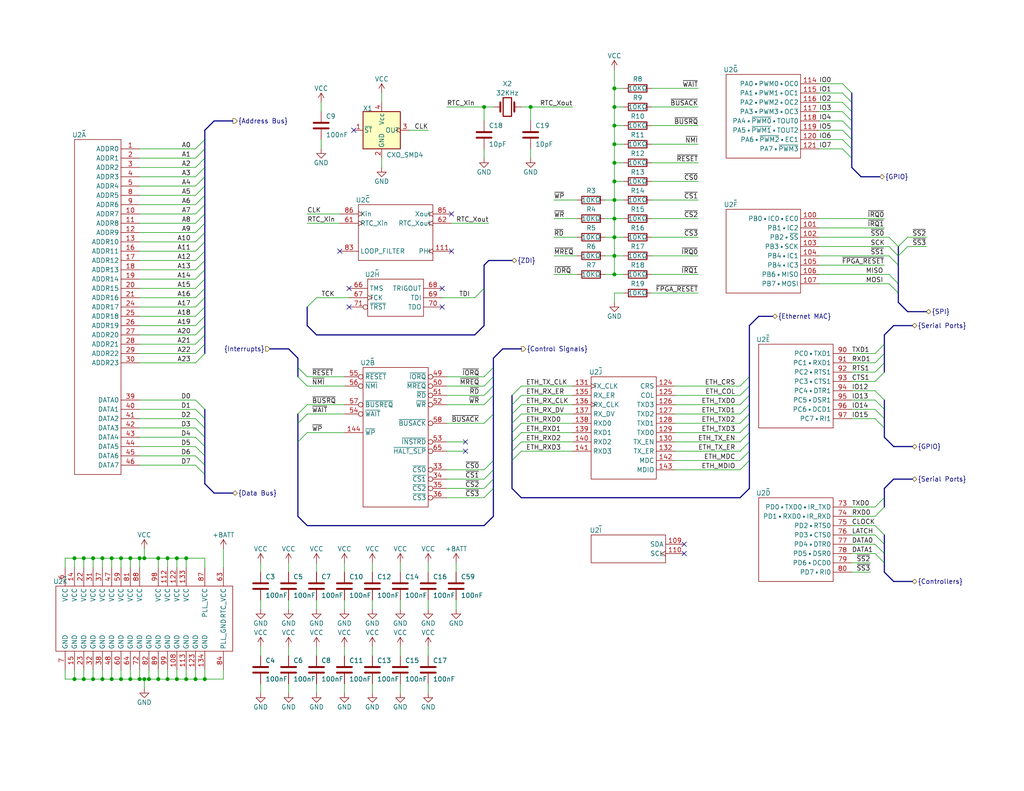
<source format=kicad_sch>
(kicad_sch (version 20230121) (generator eeschema)
  (paper "USLetter")
  (bus_alias "SPI" (members "~{SS[0..3]}" "MISO" "MOSI" "SCK" "FPGA_SS" "FPGA_SCK" "FPGA_MISO" "FPGA_MOSI"))
  (bus_alias "Data Bus" (members "D[0..7]"))
  (bus_alias "Controllers" (members "DATA[0..3]" "CLOCK" "LATCH"))
  (bus_alias "Interrupts" (members "~{RESET}" "~{NMI}" "~{IRQ[0..7]}"))
  (bus_alias "Control Signals" (members "~{WAIT}" "~{BUSRQ}" "~{BUSACK}" "~{IORQ}" "~{MREQ}" "~{RD}" "~{WR}" "~{INSTRD}" "~{HALT_SLP}" "~{CS[0..3]}" "~{WP}" "~{FPGA_RESET}"))
  (bus_alias "GPIO" (members "IO[0..7]" "IO[12..15]"))
  (bus_alias "Ethernet MAC" (members "ETH_TX_CLK" "ETH_RX_ER" "ETH_RX_CLK" "ETH_RX_DV" "ETH_RXD[0..3]" "ETH_CRS" "ETH_COL" "ETH_TXD[0..3]" "ETH_TX_EN" "ETH_TX_ER" "ETH_MDC" "ETH_MDIO"))
  (bus_alias "Serial Ports" (members "TXD[0..1]" "RXD[0..1]" "CTS[0..1]" "RTS[0..1]"))
  (bus_alias "ZDI" (members "TMS" "TCK" "TRGOUT" "TDI" "TDO" "~{TRST}"))
  (bus_alias "Address Bus" (members "A[0..23]"))
  (junction (at 38.1 152.4))
  (junction (at 167.64 59.69))
  (junction (at 39.37 185.42))
  (junction (at 43.18 185.42))
  (junction (at 27.94 185.42))
  (junction (at 55.88 185.42))
  (junction (at 25.4 152.4))
  (junction (at 30.48 185.42))
  (junction (at 22.86 152.4))
  (junction (at 38.1 185.42))
  (junction (at 39.37 152.4))
  (junction (at 20.32 152.4))
  (junction (at 48.26 185.42))
  (junction (at 20.32 185.42))
  (junction (at 167.64 54.61))
  (junction (at 33.02 185.42))
  (junction (at 33.02 152.4))
  (junction (at 30.48 152.4))
  (junction (at 167.64 34.29))
  (junction (at 144.78 29.21))
  (junction (at 25.4 185.42))
  (junction (at 45.72 152.4))
  (junction (at 43.18 152.4))
  (junction (at 132.08 29.21))
  (junction (at 167.64 74.93))
  (junction (at 167.64 64.77))
  (junction (at 35.56 185.42))
  (junction (at 35.56 152.4))
  (junction (at 53.34 185.42))
  (junction (at 40.64 185.42))
  (junction (at 27.94 152.4))
  (junction (at 167.64 69.85))
  (junction (at 50.8 152.4))
  (junction (at 45.72 185.42))
  (junction (at 167.64 29.21))
  (junction (at 167.64 44.45))
  (junction (at 167.64 49.53))
  (junction (at 22.86 185.42))
  (junction (at 50.8 185.42))
  (junction (at 167.64 24.13))
  (junction (at 48.26 152.4))
  (junction (at 167.64 39.37))
  (no_connect (at 186.69 151.13))
  (no_connect (at 95.25 83.82))
  (no_connect (at 120.65 83.82))
  (no_connect (at 96.52 35.56))
  (no_connect (at 127 120.65))
  (no_connect (at 123.19 68.58))
  (no_connect (at 95.25 78.74))
  (no_connect (at 92.71 68.58))
  (no_connect (at 186.69 148.59))
  (no_connect (at 127 123.19))
  (no_connect (at 123.19 58.42))
  (no_connect (at 120.65 78.74))
  (bus_entry (at 55.88 73.66) (size -2.54 2.54))
  (bus_entry (at 55.88 66.04) (size -2.54 2.54))
  (bus_entry (at 81.28 100.33) (size 2.54 2.54))
  (bus_entry (at 241.3 101.6) (size -2.54 2.54))
  (bus_entry (at 55.88 60.96) (size -2.54 2.54))
  (bus_entry (at 241.3 146.05) (size -2.54 -2.54))
  (bus_entry (at 232.41 35.56) (size -2.54 -2.54))
  (bus_entry (at 232.41 27.94) (size -2.54 -2.54))
  (bus_entry (at 232.41 25.4) (size -2.54 -2.54))
  (bus_entry (at 204.47 107.95) (size -2.54 2.54))
  (bus_entry (at 241.3 111.76) (size -2.54 -2.54))
  (bus_entry (at 241.3 93.98) (size -2.54 2.54))
  (bus_entry (at 55.88 76.2) (size -2.54 2.54))
  (bus_entry (at 204.47 115.57) (size -2.54 2.54))
  (bus_entry (at 245.11 77.47) (size -2.54 -2.54))
  (bus_entry (at 55.88 71.12) (size -2.54 2.54))
  (bus_entry (at 232.41 43.18) (size -2.54 -2.54))
  (bus_entry (at 204.47 125.73) (size -2.54 2.54))
  (bus_entry (at 55.88 81.28) (size -2.54 2.54))
  (bus_entry (at 55.88 38.1) (size -2.54 2.54))
  (bus_entry (at 55.88 91.44) (size -2.54 2.54))
  (bus_entry (at 55.88 111.76) (size -2.54 -2.54))
  (bus_entry (at 55.88 116.84) (size -2.54 -2.54))
  (bus_entry (at 204.47 118.11) (size -2.54 2.54))
  (bus_entry (at 55.88 45.72) (size -2.54 2.54))
  (bus_entry (at 139.7 120.65) (size 2.54 -2.54))
  (bus_entry (at 139.7 115.57) (size 2.54 -2.54))
  (bus_entry (at 245.11 80.01) (size -2.54 -2.54))
  (bus_entry (at 204.47 123.19) (size -2.54 2.54))
  (bus_entry (at 241.3 99.06) (size -2.54 2.54))
  (bus_entry (at 55.88 93.98) (size -2.54 2.54))
  (bus_entry (at 55.88 40.64) (size -2.54 2.54))
  (bus_entry (at 241.3 135.89) (size -2.54 2.54))
  (bus_entry (at 232.41 33.02) (size -2.54 -2.54))
  (bus_entry (at 55.88 124.46) (size -2.54 -2.54))
  (bus_entry (at 245.11 69.85) (size -2.54 -2.54))
  (bus_entry (at 241.3 138.43) (size -2.54 2.54))
  (bus_entry (at 245.11 69.85) (size 2.54 -2.54))
  (bus_entry (at 204.47 105.41) (size -2.54 2.54))
  (bus_entry (at 139.7 125.73) (size 2.54 -2.54))
  (bus_entry (at 134.62 102.87) (size -2.54 2.54))
  (bus_entry (at 55.88 53.34) (size -2.54 2.54))
  (bus_entry (at 241.3 153.67) (size -2.54 -2.54))
  (bus_entry (at 134.62 130.81) (size -2.54 2.54))
  (bus_entry (at 55.88 55.88) (size -2.54 2.54))
  (bus_entry (at 139.7 110.49) (size 2.54 -2.54))
  (bus_entry (at 55.88 68.58) (size -2.54 2.54))
  (bus_entry (at 81.28 102.87) (size 2.54 2.54))
  (bus_entry (at 55.88 127) (size -2.54 -2.54))
  (bus_entry (at 134.62 107.95) (size -2.54 2.54))
  (bus_entry (at 55.88 119.38) (size -2.54 -2.54))
  (bus_entry (at 81.28 113.03) (size 2.54 -2.54))
  (bus_entry (at 204.47 113.03) (size -2.54 2.54))
  (bus_entry (at 204.47 102.87) (size -2.54 2.54))
  (bus_entry (at 241.3 116.84) (size -2.54 -2.54))
  (bus_entry (at 241.3 151.13) (size -2.54 -2.54))
  (bus_entry (at 55.88 43.18) (size -2.54 2.54))
  (bus_entry (at 241.3 148.59) (size -2.54 -2.54))
  (bus_entry (at 55.88 83.82) (size -2.54 2.54))
  (bus_entry (at 134.62 133.35) (size -2.54 2.54))
  (bus_entry (at 83.82 83.82) (size 2.54 -2.54))
  (bus_entry (at 241.3 109.22) (size -2.54 -2.54))
  (bus_entry (at 204.47 120.65) (size -2.54 2.54))
  (bus_entry (at 245.11 72.39) (size -2.54 -2.54))
  (bus_entry (at 134.62 125.73) (size -2.54 2.54))
  (bus_entry (at 55.88 129.54) (size -2.54 -2.54))
  (bus_entry (at 81.28 120.65) (size 2.54 -2.54))
  (bus_entry (at 55.88 88.9) (size -2.54 2.54))
  (bus_entry (at 232.41 38.1) (size -2.54 -2.54))
  (bus_entry (at 139.7 113.03) (size 2.54 -2.54))
  (bus_entry (at 55.88 114.3) (size -2.54 -2.54))
  (bus_entry (at 132.08 78.74) (size -2.54 2.54))
  (bus_entry (at 241.3 114.3) (size -2.54 -2.54))
  (bus_entry (at 139.7 123.19) (size 2.54 -2.54))
  (bus_entry (at 55.88 63.5) (size -2.54 2.54))
  (bus_entry (at 232.41 40.64) (size -2.54 -2.54))
  (bus_entry (at 55.88 86.36) (size -2.54 2.54))
  (bus_entry (at 204.47 110.49) (size -2.54 2.54))
  (bus_entry (at 241.3 96.52) (size -2.54 2.54))
  (bus_entry (at 55.88 58.42) (size -2.54 2.54))
  (bus_entry (at 139.7 107.95) (size 2.54 -2.54))
  (bus_entry (at 134.62 100.33) (size -2.54 2.54))
  (bus_entry (at 245.11 67.31) (size 2.54 -2.54))
  (bus_entry (at 134.62 128.27) (size -2.54 2.54))
  (bus_entry (at 55.88 50.8) (size -2.54 2.54))
  (bus_entry (at 55.88 48.26) (size -2.54 2.54))
  (bus_entry (at 55.88 96.52) (size -2.54 2.54))
  (bus_entry (at 55.88 121.92) (size -2.54 -2.54))
  (bus_entry (at 139.7 118.11) (size 2.54 -2.54))
  (bus_entry (at 55.88 78.74) (size -2.54 2.54))
  (bus_entry (at 134.62 105.41) (size -2.54 2.54))
  (bus_entry (at 81.28 115.57) (size 2.54 -2.54))
  (bus_entry (at 232.41 30.48) (size -2.54 -2.54))
  (bus_entry (at 245.11 67.31) (size -2.54 -2.54))
  (bus_entry (at 134.62 113.03) (size -2.54 2.54))
  (bus (pts (xy 55.88 81.28) (xy 55.88 83.82)))
  (bus (pts (xy 78.74 95.25) (xy 81.28 97.79)))
  (bus (pts (xy 204.47 120.65) (xy 204.47 123.19)))
  (bus (pts (xy 73.66 95.25) (xy 78.74 95.25)))
  (wire (pts (xy 17.78 152.4) (xy 20.32 152.4)))
  (wire (pts (xy 38.1 116.84) (xy 53.34 116.84)))
  (bus (pts (xy 55.88 71.12) (xy 55.88 73.66)))
  (wire (pts (xy 35.56 152.4) (xy 38.1 152.4)))
  (wire (pts (xy 60.96 149.86) (xy 60.96 154.94)))
  (wire (pts (xy 22.86 185.42) (xy 25.4 185.42)))
  (wire (pts (xy 177.8 54.61) (xy 190.5 54.61)))
  (bus (pts (xy 55.88 73.66) (xy 55.88 76.2)))
  (wire (pts (xy 25.4 182.88) (xy 25.4 185.42)))
  (wire (pts (xy 116.84 163.83) (xy 116.84 166.37)))
  (wire (pts (xy 223.52 59.69) (xy 241.3 59.69)))
  (wire (pts (xy 127 123.19) (xy 121.92 123.19)))
  (wire (pts (xy 38.1 119.38) (xy 53.34 119.38)))
  (wire (pts (xy 167.64 64.77) (xy 167.64 69.85)))
  (bus (pts (xy 55.88 127) (xy 55.88 129.54)))
  (wire (pts (xy 38.1 73.66) (xy 53.34 73.66)))
  (bus (pts (xy 55.88 76.2) (xy 55.88 78.74)))
  (wire (pts (xy 93.98 186.69) (xy 93.98 189.23)))
  (bus (pts (xy 134.62 107.95) (xy 134.62 113.03)))
  (bus (pts (xy 55.88 91.44) (xy 55.88 93.98)))
  (wire (pts (xy 60.96 182.88) (xy 60.96 185.42)))
  (wire (pts (xy 86.36 163.83) (xy 86.36 166.37)))
  (wire (pts (xy 232.41 153.67) (xy 237.49 153.67)))
  (bus (pts (xy 139.7 120.65) (xy 139.7 123.19)))
  (bus (pts (xy 241.3 114.3) (xy 241.3 116.84)))
  (bus (pts (xy 241.3 93.98) (xy 241.3 96.52)))
  (wire (pts (xy 43.18 182.88) (xy 43.18 185.42)))
  (wire (pts (xy 53.34 185.42) (xy 55.88 185.42)))
  (wire (pts (xy 223.52 40.64) (xy 229.87 40.64)))
  (wire (pts (xy 165.1 54.61) (xy 167.64 54.61)))
  (wire (pts (xy 45.72 152.4) (xy 48.26 152.4)))
  (bus (pts (xy 247.65 85.09) (xy 252.73 85.09)))
  (wire (pts (xy 232.41 156.21) (xy 237.49 156.21)))
  (wire (pts (xy 142.24 118.11) (xy 156.21 118.11)))
  (bus (pts (xy 204.47 88.9) (xy 204.47 102.87)))
  (wire (pts (xy 40.64 185.42) (xy 43.18 185.42)))
  (wire (pts (xy 223.52 38.1) (xy 229.87 38.1)))
  (bus (pts (xy 55.88 55.88) (xy 55.88 58.42)))
  (wire (pts (xy 45.72 185.42) (xy 48.26 185.42)))
  (bus (pts (xy 139.7 115.57) (xy 139.7 118.11)))
  (wire (pts (xy 38.1 76.2) (xy 53.34 76.2)))
  (wire (pts (xy 177.8 39.37) (xy 190.5 39.37)))
  (bus (pts (xy 81.28 113.03) (xy 81.28 115.57)))
  (bus (pts (xy 132.08 88.9) (xy 129.54 91.44)))
  (wire (pts (xy 142.24 120.65) (xy 156.21 120.65)))
  (wire (pts (xy 223.52 72.39) (xy 241.3 72.39)))
  (wire (pts (xy 142.24 115.57) (xy 156.21 115.57)))
  (wire (pts (xy 124.46 153.67) (xy 124.46 156.21)))
  (wire (pts (xy 184.15 115.57) (xy 201.93 115.57)))
  (bus (pts (xy 58.42 134.62) (xy 55.88 132.08)))
  (wire (pts (xy 38.1 152.4) (xy 38.1 154.94)))
  (bus (pts (xy 234.95 48.26) (xy 232.41 45.72)))
  (wire (pts (xy 142.24 110.49) (xy 156.21 110.49)))
  (wire (pts (xy 142.24 123.19) (xy 156.21 123.19)))
  (wire (pts (xy 20.32 152.4) (xy 22.86 152.4)))
  (wire (pts (xy 38.1 58.42) (xy 53.34 58.42)))
  (bus (pts (xy 204.47 123.19) (xy 204.47 125.73)))
  (wire (pts (xy 38.1 124.46) (xy 53.34 124.46)))
  (wire (pts (xy 48.26 185.42) (xy 50.8 185.42)))
  (bus (pts (xy 58.42 134.62) (xy 63.5 134.62)))
  (wire (pts (xy 167.64 44.45) (xy 167.64 49.53)))
  (wire (pts (xy 87.63 38.1) (xy 87.63 40.64)))
  (bus (pts (xy 55.88 86.36) (xy 55.88 88.9)))
  (wire (pts (xy 71.12 186.69) (xy 71.12 189.23)))
  (wire (pts (xy 184.15 128.27) (xy 201.93 128.27)))
  (wire (pts (xy 247.65 67.31) (xy 252.73 67.31)))
  (bus (pts (xy 55.88 40.64) (xy 55.88 43.18)))
  (bus (pts (xy 134.62 113.03) (xy 134.62 125.73)))
  (bus (pts (xy 204.47 102.87) (xy 204.47 105.41)))
  (wire (pts (xy 167.64 49.53) (xy 167.64 54.61)))
  (wire (pts (xy 232.41 101.6) (xy 238.76 101.6)))
  (bus (pts (xy 243.84 158.75) (xy 241.3 156.21)))
  (wire (pts (xy 93.98 163.83) (xy 93.98 166.37)))
  (wire (pts (xy 93.98 176.53) (xy 93.98 179.07)))
  (wire (pts (xy 121.92 133.35) (xy 132.08 133.35)))
  (bus (pts (xy 55.88 78.74) (xy 55.88 81.28)))
  (wire (pts (xy 38.1 152.4) (xy 39.37 152.4)))
  (wire (pts (xy 45.72 152.4) (xy 45.72 154.94)))
  (wire (pts (xy 101.6 186.69) (xy 101.6 189.23)))
  (wire (pts (xy 109.22 176.53) (xy 109.22 179.07)))
  (bus (pts (xy 142.24 135.89) (xy 201.93 135.89)))
  (bus (pts (xy 204.47 110.49) (xy 204.47 113.03)))
  (bus (pts (xy 55.88 38.1) (xy 55.88 40.64)))
  (bus (pts (xy 55.88 63.5) (xy 55.88 66.04)))
  (bus (pts (xy 204.47 133.35) (xy 201.93 135.89)))
  (bus (pts (xy 139.7 107.95) (xy 139.7 110.49)))
  (bus (pts (xy 241.3 156.21) (xy 241.3 153.67)))
  (bus (pts (xy 55.88 43.18) (xy 55.88 45.72)))
  (wire (pts (xy 121.92 115.57) (xy 132.08 115.57)))
  (bus (pts (xy 58.42 33.02) (xy 63.5 33.02)))
  (bus (pts (xy 132.08 78.74) (xy 132.08 88.9)))
  (bus (pts (xy 243.84 88.9) (xy 241.3 91.44)))
  (wire (pts (xy 232.41 114.3) (xy 238.76 114.3)))
  (bus (pts (xy 134.62 97.79) (xy 134.62 100.33)))
  (bus (pts (xy 134.62 125.73) (xy 134.62 128.27)))
  (wire (pts (xy 121.92 102.87) (xy 132.08 102.87)))
  (wire (pts (xy 38.1 60.96) (xy 53.34 60.96)))
  (wire (pts (xy 38.1 50.8) (xy 53.34 50.8)))
  (bus (pts (xy 241.3 133.35) (xy 241.3 135.89)))
  (wire (pts (xy 78.74 176.53) (xy 78.74 179.07)))
  (wire (pts (xy 144.78 40.64) (xy 144.78 43.18)))
  (wire (pts (xy 167.64 69.85) (xy 167.64 74.93)))
  (wire (pts (xy 38.1 109.22) (xy 53.34 109.22)))
  (bus (pts (xy 55.88 53.34) (xy 55.88 55.88)))
  (wire (pts (xy 50.8 185.42) (xy 53.34 185.42)))
  (bus (pts (xy 241.3 116.84) (xy 241.3 119.38)))
  (wire (pts (xy 116.84 176.53) (xy 116.84 179.07)))
  (wire (pts (xy 223.52 62.23) (xy 241.3 62.23)))
  (bus (pts (xy 243.84 88.9) (xy 248.92 88.9)))
  (wire (pts (xy 20.32 152.4) (xy 20.32 154.94)))
  (wire (pts (xy 38.1 86.36) (xy 53.34 86.36)))
  (bus (pts (xy 241.3 135.89) (xy 241.3 138.43)))
  (bus (pts (xy 241.3 111.76) (xy 241.3 114.3)))
  (wire (pts (xy 78.74 163.83) (xy 78.74 166.37)))
  (bus (pts (xy 133.35 71.12) (xy 132.08 72.39)))
  (wire (pts (xy 109.22 153.67) (xy 109.22 156.21)))
  (wire (pts (xy 86.36 81.28) (xy 95.25 81.28)))
  (wire (pts (xy 167.64 59.69) (xy 170.18 59.69)))
  (wire (pts (xy 27.94 182.88) (xy 27.94 185.42)))
  (bus (pts (xy 245.11 69.85) (xy 245.11 72.39)))
  (wire (pts (xy 144.78 29.21) (xy 144.78 33.02)))
  (wire (pts (xy 38.1 88.9) (xy 53.34 88.9)))
  (bus (pts (xy 55.88 60.96) (xy 55.88 63.5)))
  (bus (pts (xy 232.41 35.56) (xy 232.41 38.1)))
  (bus (pts (xy 232.41 38.1) (xy 232.41 40.64)))
  (bus (pts (xy 232.41 43.18) (xy 232.41 45.72)))
  (wire (pts (xy 38.1 63.5) (xy 53.34 63.5)))
  (bus (pts (xy 204.47 115.57) (xy 204.47 118.11)))
  (bus (pts (xy 243.84 121.92) (xy 241.3 119.38)))
  (wire (pts (xy 167.64 80.01) (xy 167.64 82.55)))
  (wire (pts (xy 38.1 78.74) (xy 53.34 78.74)))
  (wire (pts (xy 116.84 186.69) (xy 116.84 189.23)))
  (wire (pts (xy 223.52 64.77) (xy 242.57 64.77)))
  (wire (pts (xy 177.8 44.45) (xy 190.5 44.45)))
  (wire (pts (xy 78.74 153.67) (xy 78.74 156.21)))
  (wire (pts (xy 151.13 59.69) (xy 157.48 59.69)))
  (bus (pts (xy 86.36 91.44) (xy 83.82 88.9)))
  (wire (pts (xy 132.08 40.64) (xy 132.08 43.18)))
  (wire (pts (xy 116.84 153.67) (xy 116.84 156.21)))
  (wire (pts (xy 38.1 99.06) (xy 53.34 99.06)))
  (bus (pts (xy 134.62 140.97) (xy 132.08 143.51)))
  (wire (pts (xy 45.72 182.88) (xy 45.72 185.42)))
  (bus (pts (xy 55.88 83.82) (xy 55.88 86.36)))
  (wire (pts (xy 48.26 152.4) (xy 50.8 152.4)))
  (wire (pts (xy 177.8 59.69) (xy 190.5 59.69)))
  (wire (pts (xy 40.64 182.88) (xy 40.64 185.42)))
  (bus (pts (xy 241.3 96.52) (xy 241.3 99.06)))
  (wire (pts (xy 167.64 34.29) (xy 167.64 39.37)))
  (wire (pts (xy 167.64 24.13) (xy 170.18 24.13)))
  (bus (pts (xy 204.47 125.73) (xy 204.47 133.35)))
  (wire (pts (xy 83.82 113.03) (xy 93.98 113.03)))
  (wire (pts (xy 184.15 107.95) (xy 201.93 107.95)))
  (bus (pts (xy 132.08 72.39) (xy 132.08 78.74)))
  (wire (pts (xy 177.8 64.77) (xy 190.5 64.77)))
  (wire (pts (xy 38.1 185.42) (xy 39.37 185.42)))
  (wire (pts (xy 109.22 163.83) (xy 109.22 166.37)))
  (wire (pts (xy 33.02 185.42) (xy 35.56 185.42)))
  (bus (pts (xy 134.62 128.27) (xy 134.62 130.81)))
  (wire (pts (xy 184.15 125.73) (xy 201.93 125.73)))
  (bus (pts (xy 243.84 130.81) (xy 241.3 133.35)))
  (wire (pts (xy 165.1 69.85) (xy 167.64 69.85)))
  (bus (pts (xy 83.82 143.51) (xy 81.28 140.97)))
  (wire (pts (xy 38.1 48.26) (xy 53.34 48.26)))
  (wire (pts (xy 38.1 81.28) (xy 53.34 81.28)))
  (wire (pts (xy 167.64 54.61) (xy 167.64 59.69)))
  (wire (pts (xy 151.13 74.93) (xy 157.48 74.93)))
  (wire (pts (xy 121.92 128.27) (xy 132.08 128.27)))
  (wire (pts (xy 177.8 29.21) (xy 190.5 29.21)))
  (wire (pts (xy 27.94 185.42) (xy 30.48 185.42)))
  (bus (pts (xy 134.62 100.33) (xy 134.62 102.87)))
  (wire (pts (xy 43.18 152.4) (xy 45.72 152.4)))
  (wire (pts (xy 167.64 29.21) (xy 170.18 29.21)))
  (wire (pts (xy 144.78 29.21) (xy 156.21 29.21)))
  (wire (pts (xy 35.56 152.4) (xy 35.56 154.94)))
  (wire (pts (xy 50.8 152.4) (xy 50.8 154.94)))
  (bus (pts (xy 137.16 95.25) (xy 142.24 95.25)))
  (wire (pts (xy 38.1 121.92) (xy 53.34 121.92)))
  (wire (pts (xy 33.02 152.4) (xy 35.56 152.4)))
  (bus (pts (xy 232.41 33.02) (xy 232.41 35.56)))
  (wire (pts (xy 223.52 35.56) (xy 229.87 35.56)))
  (wire (pts (xy 30.48 182.88) (xy 30.48 185.42)))
  (wire (pts (xy 223.52 30.48) (xy 229.87 30.48)))
  (wire (pts (xy 50.8 152.4) (xy 55.88 152.4)))
  (wire (pts (xy 167.64 49.53) (xy 170.18 49.53)))
  (wire (pts (xy 101.6 176.53) (xy 101.6 179.07)))
  (wire (pts (xy 223.52 25.4) (xy 229.87 25.4)))
  (wire (pts (xy 184.15 113.03) (xy 201.93 113.03)))
  (bus (pts (xy 204.47 107.95) (xy 204.47 110.49)))
  (wire (pts (xy 232.41 111.76) (xy 238.76 111.76)))
  (wire (pts (xy 50.8 182.88) (xy 50.8 185.42)))
  (bus (pts (xy 55.88 88.9) (xy 55.88 91.44)))
  (wire (pts (xy 142.24 29.21) (xy 144.78 29.21)))
  (bus (pts (xy 55.88 58.42) (xy 55.88 60.96)))
  (wire (pts (xy 38.1 127) (xy 53.34 127)))
  (wire (pts (xy 38.1 111.76) (xy 53.34 111.76)))
  (bus (pts (xy 232.41 25.4) (xy 232.41 27.94)))
  (bus (pts (xy 55.88 68.58) (xy 55.88 71.12)))
  (wire (pts (xy 22.86 152.4) (xy 22.86 154.94)))
  (wire (pts (xy 30.48 185.42) (xy 33.02 185.42)))
  (wire (pts (xy 232.41 109.22) (xy 238.76 109.22)))
  (wire (pts (xy 39.37 185.42) (xy 39.37 187.96)))
  (wire (pts (xy 83.82 58.42) (xy 92.71 58.42)))
  (wire (pts (xy 177.8 74.93) (xy 190.5 74.93)))
  (bus (pts (xy 55.88 66.04) (xy 55.88 68.58)))
  (wire (pts (xy 35.56 185.42) (xy 38.1 185.42)))
  (wire (pts (xy 38.1 114.3) (xy 53.34 114.3)))
  (wire (pts (xy 232.41 104.14) (xy 238.76 104.14)))
  (bus (pts (xy 232.41 40.64) (xy 232.41 43.18)))
  (wire (pts (xy 223.52 33.02) (xy 229.87 33.02)))
  (wire (pts (xy 38.1 71.12) (xy 53.34 71.12)))
  (wire (pts (xy 27.94 152.4) (xy 27.94 154.94)))
  (wire (pts (xy 25.4 152.4) (xy 27.94 152.4)))
  (wire (pts (xy 38.1 91.44) (xy 53.34 91.44)))
  (wire (pts (xy 121.92 107.95) (xy 132.08 107.95)))
  (bus (pts (xy 55.88 111.76) (xy 55.88 114.3)))
  (wire (pts (xy 30.48 152.4) (xy 33.02 152.4)))
  (bus (pts (xy 247.65 85.09) (xy 245.11 82.55)))
  (bus (pts (xy 241.3 151.13) (xy 241.3 148.59)))
  (bus (pts (xy 139.7 123.19) (xy 139.7 125.73)))
  (wire (pts (xy 127 120.65) (xy 121.92 120.65)))
  (bus (pts (xy 134.62 133.35) (xy 134.62 140.97)))
  (wire (pts (xy 167.64 74.93) (xy 170.18 74.93)))
  (wire (pts (xy 38.1 66.04) (xy 53.34 66.04)))
  (wire (pts (xy 83.82 105.41) (xy 93.98 105.41)))
  (wire (pts (xy 167.64 19.05) (xy 167.64 24.13)))
  (wire (pts (xy 124.46 163.83) (xy 124.46 166.37)))
  (wire (pts (xy 167.64 64.77) (xy 170.18 64.77)))
  (wire (pts (xy 27.94 152.4) (xy 30.48 152.4)))
  (wire (pts (xy 184.15 110.49) (xy 201.93 110.49)))
  (wire (pts (xy 120.65 81.28) (xy 129.54 81.28)))
  (wire (pts (xy 38.1 53.34) (xy 53.34 53.34)))
  (wire (pts (xy 20.32 185.42) (xy 22.86 185.42)))
  (bus (pts (xy 245.11 77.47) (xy 245.11 80.01)))
  (bus (pts (xy 132.08 143.51) (xy 83.82 143.51)))
  (bus (pts (xy 241.3 153.67) (xy 241.3 151.13)))
  (bus (pts (xy 241.3 109.22) (xy 241.3 111.76)))
  (wire (pts (xy 165.1 74.93) (xy 167.64 74.93)))
  (wire (pts (xy 223.52 77.47) (xy 242.57 77.47)))
  (wire (pts (xy 232.41 151.13) (xy 238.76 151.13)))
  (wire (pts (xy 38.1 55.88) (xy 53.34 55.88)))
  (bus (pts (xy 86.36 91.44) (xy 129.54 91.44)))
  (wire (pts (xy 43.18 185.42) (xy 45.72 185.42)))
  (bus (pts (xy 245.11 72.39) (xy 245.11 77.47)))
  (wire (pts (xy 39.37 149.86) (xy 39.37 152.4)))
  (wire (pts (xy 232.41 148.59) (xy 238.76 148.59)))
  (bus (pts (xy 134.62 102.87) (xy 134.62 105.41)))
  (bus (pts (xy 245.11 80.01) (xy 245.11 82.55)))
  (wire (pts (xy 30.48 152.4) (xy 30.48 154.94)))
  (bus (pts (xy 55.88 48.26) (xy 55.88 50.8)))
  (bus (pts (xy 55.88 119.38) (xy 55.88 121.92)))
  (wire (pts (xy 25.4 185.42) (xy 27.94 185.42)))
  (wire (pts (xy 184.15 120.65) (xy 201.93 120.65)))
  (wire (pts (xy 25.4 152.4) (xy 25.4 154.94)))
  (wire (pts (xy 43.18 152.4) (xy 43.18 154.94)))
  (bus (pts (xy 58.42 33.02) (xy 55.88 35.56)))
  (wire (pts (xy 53.34 182.88) (xy 53.34 185.42)))
  (wire (pts (xy 38.1 182.88) (xy 38.1 185.42)))
  (wire (pts (xy 184.15 123.19) (xy 201.93 123.19)))
  (wire (pts (xy 17.78 185.42) (xy 20.32 185.42)))
  (bus (pts (xy 142.24 135.89) (xy 139.7 133.35)))
  (bus (pts (xy 234.95 48.26) (xy 240.03 48.26)))
  (wire (pts (xy 111.76 35.56) (xy 116.84 35.56)))
  (wire (pts (xy 177.8 49.53) (xy 190.5 49.53)))
  (wire (pts (xy 167.64 39.37) (xy 170.18 39.37)))
  (wire (pts (xy 121.92 135.89) (xy 132.08 135.89)))
  (bus (pts (xy 55.88 35.56) (xy 55.88 38.1)))
  (wire (pts (xy 121.92 110.49) (xy 132.08 110.49)))
  (wire (pts (xy 142.24 113.03) (xy 156.21 113.03)))
  (wire (pts (xy 167.64 44.45) (xy 170.18 44.45)))
  (wire (pts (xy 177.8 80.01) (xy 190.5 80.01)))
  (wire (pts (xy 86.36 176.53) (xy 86.36 179.07)))
  (bus (pts (xy 204.47 118.11) (xy 204.47 120.65)))
  (wire (pts (xy 151.13 54.61) (xy 157.48 54.61)))
  (wire (pts (xy 121.92 130.81) (xy 132.08 130.81)))
  (bus (pts (xy 232.41 27.94) (xy 232.41 30.48)))
  (bus (pts (xy 137.16 95.25) (xy 134.62 97.79)))
  (wire (pts (xy 151.13 64.77) (xy 157.48 64.77)))
  (wire (pts (xy 22.86 182.88) (xy 22.86 185.42)))
  (wire (pts (xy 38.1 68.58) (xy 53.34 68.58)))
  (bus (pts (xy 55.88 121.92) (xy 55.88 124.46)))
  (wire (pts (xy 86.36 153.67) (xy 86.36 156.21)))
  (bus (pts (xy 83.82 83.82) (xy 83.82 88.9)))
  (wire (pts (xy 35.56 182.88) (xy 35.56 185.42)))
  (wire (pts (xy 48.26 152.4) (xy 48.26 154.94)))
  (wire (pts (xy 223.52 22.86) (xy 229.87 22.86)))
  (wire (pts (xy 38.1 93.98) (xy 53.34 93.98)))
  (bus (pts (xy 55.88 45.72) (xy 55.88 48.26)))
  (bus (pts (xy 81.28 97.79) (xy 81.28 100.33)))
  (wire (pts (xy 104.14 43.18) (xy 104.14 45.72)))
  (wire (pts (xy 101.6 163.83) (xy 101.6 166.37)))
  (bus (pts (xy 134.62 130.81) (xy 134.62 133.35)))
  (bus (pts (xy 245.11 67.31) (xy 245.11 69.85)))
  (wire (pts (xy 38.1 45.72) (xy 53.34 45.72)))
  (wire (pts (xy 232.41 96.52) (xy 238.76 96.52)))
  (wire (pts (xy 167.64 80.01) (xy 170.18 80.01)))
  (bus (pts (xy 243.84 130.81) (xy 248.92 130.81)))
  (wire (pts (xy 167.64 69.85) (xy 170.18 69.85)))
  (bus (pts (xy 55.88 93.98) (xy 55.88 96.52)))
  (wire (pts (xy 232.41 146.05) (xy 238.76 146.05)))
  (bus (pts (xy 55.88 116.84) (xy 55.88 119.38)))
  (wire (pts (xy 87.63 27.94) (xy 87.63 30.48)))
  (wire (pts (xy 177.8 34.29) (xy 190.5 34.29)))
  (bus (pts (xy 55.88 114.3) (xy 55.88 116.84)))
  (wire (pts (xy 55.88 152.4) (xy 55.88 154.94)))
  (wire (pts (xy 223.52 69.85) (xy 242.57 69.85)))
  (wire (pts (xy 48.26 182.88) (xy 48.26 185.42)))
  (wire (pts (xy 71.12 176.53) (xy 71.12 179.07)))
  (wire (pts (xy 104.14 25.4) (xy 104.14 27.94)))
  (bus (pts (xy 204.47 105.41) (xy 204.47 107.95)))
  (wire (pts (xy 17.78 152.4) (xy 17.78 154.94)))
  (wire (pts (xy 123.19 60.96) (xy 133.35 60.96)))
  (wire (pts (xy 33.02 152.4) (xy 33.02 154.94)))
  (wire (pts (xy 38.1 83.82) (xy 53.34 83.82)))
  (bus (pts (xy 134.62 105.41) (xy 134.62 107.95)))
  (wire (pts (xy 132.08 29.21) (xy 132.08 33.02)))
  (wire (pts (xy 33.02 182.88) (xy 33.02 185.42)))
  (wire (pts (xy 71.12 163.83) (xy 71.12 166.37)))
  (wire (pts (xy 165.1 64.77) (xy 167.64 64.77)))
  (bus (pts (xy 139.7 118.11) (xy 139.7 120.65)))
  (wire (pts (xy 55.88 182.88) (xy 55.88 185.42)))
  (wire (pts (xy 22.86 152.4) (xy 25.4 152.4)))
  (wire (pts (xy 121.92 105.41) (xy 132.08 105.41)))
  (wire (pts (xy 223.52 27.94) (xy 229.87 27.94)))
  (wire (pts (xy 232.41 143.51) (xy 238.76 143.51)))
  (wire (pts (xy 142.24 107.95) (xy 156.21 107.95)))
  (wire (pts (xy 83.82 118.11) (xy 93.98 118.11)))
  (wire (pts (xy 177.8 24.13) (xy 190.5 24.13)))
  (wire (pts (xy 232.41 138.43) (xy 238.76 138.43)))
  (wire (pts (xy 142.24 105.41) (xy 156.21 105.41)))
  (wire (pts (xy 20.32 182.88) (xy 20.32 185.42)))
  (bus (pts (xy 139.7 113.03) (xy 139.7 115.57)))
  (wire (pts (xy 223.52 67.31) (xy 242.57 67.31)))
  (bus (pts (xy 241.3 91.44) (xy 241.3 93.98)))
  (wire (pts (xy 17.78 182.88) (xy 17.78 185.42)))
  (bus (pts (xy 55.88 124.46) (xy 55.88 127)))
  (bus (pts (xy 55.88 50.8) (xy 55.88 53.34)))
  (bus (pts (xy 207.01 86.36) (xy 204.47 88.9)))
  (wire (pts (xy 132.08 29.21) (xy 134.62 29.21)))
  (bus (pts (xy 241.3 99.06) (xy 241.3 101.6)))
  (wire (pts (xy 121.92 29.21) (xy 132.08 29.21)))
  (wire (pts (xy 184.15 118.11) (xy 201.93 118.11)))
  (wire (pts (xy 232.41 99.06) (xy 238.76 99.06)))
  (wire (pts (xy 101.6 153.67) (xy 101.6 156.21)))
  (wire (pts (xy 232.41 140.97) (xy 238.76 140.97)))
  (bus (pts (xy 81.28 100.33) (xy 81.28 102.87)))
  (wire (pts (xy 167.64 34.29) (xy 170.18 34.29)))
  (bus (pts (xy 241.3 148.59) (xy 241.3 146.05)))
  (wire (pts (xy 247.65 64.77) (xy 252.73 64.77)))
  (bus (pts (xy 133.35 71.12) (xy 139.7 71.12)))
  (bus (pts (xy 232.41 30.48) (xy 232.41 33.02)))
  (bus (pts (xy 81.28 115.57) (xy 81.28 120.65)))
  (wire (pts (xy 38.1 40.64) (xy 53.34 40.64)))
  (wire (pts (xy 184.15 105.41) (xy 201.93 105.41)))
  (bus (pts (xy 204.47 113.03) (xy 204.47 115.57)))
  (wire (pts (xy 83.82 110.49) (xy 93.98 110.49)))
  (wire (pts (xy 167.64 59.69) (xy 167.64 64.77)))
  (wire (pts (xy 167.64 54.61) (xy 170.18 54.61)))
  (bus (pts (xy 81.28 120.65) (xy 81.28 140.97)))
  (wire (pts (xy 38.1 96.52) (xy 53.34 96.52)))
  (wire (pts (xy 71.12 153.67) (xy 71.12 156.21)))
  (wire (pts (xy 151.13 69.85) (xy 157.48 69.85)))
  (wire (pts (xy 55.88 185.42) (xy 60.96 185.42)))
  (wire (pts (xy 167.64 39.37) (xy 167.64 44.45)))
  (wire (pts (xy 167.64 24.13) (xy 167.64 29.21)))
  (wire (pts (xy 83.82 60.96) (xy 92.71 60.96)))
  (wire (pts (xy 93.98 153.67) (xy 93.98 156.21)))
  (bus (pts (xy 243.84 158.75) (xy 248.92 158.75)))
  (wire (pts (xy 109.22 186.69) (xy 109.22 189.23)))
  (wire (pts (xy 39.37 185.42) (xy 40.64 185.42)))
  (wire (pts (xy 83.82 102.87) (xy 93.98 102.87)))
  (wire (pts (xy 86.36 186.69) (xy 86.36 189.23)))
  (wire (pts (xy 223.52 74.93) (xy 242.57 74.93)))
  (wire (pts (xy 78.74 186.69) (xy 78.74 189.23)))
  (bus (pts (xy 243.84 121.92) (xy 248.92 121.92)))
  (wire (pts (xy 38.1 43.18) (xy 53.34 43.18)))
  (bus (pts (xy 55.88 129.54) (xy 55.88 132.08)))
  (wire (pts (xy 177.8 69.85) (xy 190.5 69.85)))
  (wire (pts (xy 165.1 59.69) (xy 167.64 59.69)))
  (bus (pts (xy 139.7 110.49) (xy 139.7 113.03)))
  (wire (pts (xy 232.41 106.68) (xy 238.76 106.68)))
  (bus (pts (xy 207.01 86.36) (xy 210.82 86.36)))
  (wire (pts (xy 39.37 152.4) (xy 43.18 152.4)))
  (wire (pts (xy 167.64 29.21) (xy 167.64 34.29)))
  (bus (pts (xy 139.7 125.73) (xy 139.7 133.35)))
  (label "RTC_Xin" (at 121.92 29.21 0))
  (label "A4" (at 52.07 50.8 180))
  (label "ETH_MDC" (at 200.66 125.73 180))
  (label "MISO" (at 236.22 74.93 0))
  (label "A12" (at 52.07 71.12 180))
  (label "DATA0" (at 232.41 148.59 0))
  (label "ETH_RXD3" (at 143.51 123.19 0))
  (label "A1" (at 52.07 43.18 180))
  (label "~{BUSRQ}" (at 190.5 34.29 180))
  (label "~{SS0}" (at 237.49 64.77 0))
  (label "~{IRQ1}" (at 190.5 74.93 180))
  (label "~{IORQ}" (at 151.13 74.93 0))
  (label "MOSI" (at 236.22 77.47 0))
  (label "ETH_RXD0" (at 143.51 115.57 0))
  (label "A18" (at 52.07 86.36 180))
  (label "~{CS0}" (at 130.81 128.27 180))
  (label "~{CS2}" (at 190.5 59.69 180))
  (label "D0" (at 52.07 109.22 180))
  (label "~{CS1}" (at 190.5 54.61 180))
  (label "A3" (at 52.07 48.26 180))
  (label "~{NMI}" (at 190.5 39.37 180))
  (label "ETH_TX_EN" (at 200.66 120.65 180))
  (label "A9" (at 52.07 63.5 180))
  (label "CTS1" (at 232.41 104.14 0))
  (label "~{CS3}" (at 130.81 135.89 180))
  (label "IO15" (at 232.41 114.3 0))
  (label "RXD0" (at 232.41 140.97 0))
  (label "~{FPGA_RESET}" (at 190.5 80.01 180))
  (label "IO4" (at 223.52 33.02 0))
  (label "ETH_RXD1" (at 143.51 118.11 0))
  (label "~{MREQ}" (at 151.13 69.85 0))
  (label "IO5" (at 223.52 35.56 0))
  (label "A23" (at 52.07 99.06 180))
  (label "~{CS2}" (at 130.81 133.35 180))
  (label "~{CS0}" (at 190.5 49.53 180))
  (label "~{IRQ0}" (at 241.3 59.69 180))
  (label "~{IORQ}" (at 130.81 102.87 180))
  (label "~{WR}" (at 151.13 59.69 0))
  (label "RTC_Xout" (at 156.21 29.21 180))
  (label "~{RD}" (at 130.81 107.95 180))
  (label "A17" (at 52.07 83.82 180))
  (label "CLOCK" (at 232.41 143.51 0))
  (label "~{WAIT}" (at 85.09 113.03 0))
  (label "~{RESET}" (at 85.09 102.87 0))
  (label "SCK" (at 237.49 67.31 0))
  (label "DATA1" (at 232.41 151.13 0))
  (label "~{NMI}" (at 85.09 105.41 0))
  (label "~{RESET}" (at 190.5 44.45 180))
  (label "TCK" (at 87.63 81.28 0))
  (label "TXD1" (at 232.41 96.52 0))
  (label "ETH_COL" (at 200.66 107.95 180))
  (label "~{FPGA_RESET}" (at 241.3 72.39 180))
  (label "A22" (at 52.07 96.52 180))
  (label "D2" (at 52.07 114.3 180))
  (label "A13" (at 52.07 73.66 180))
  (label "~{WP}" (at 85.09 118.11 0))
  (label "~{SS3}" (at 237.49 156.21 180))
  (label "~{CS1}" (at 130.81 130.81 180))
  (label "IO2" (at 223.52 27.94 0))
  (label "ETH_RX_DV" (at 143.51 113.03 0))
  (label "~{SS3}" (at 252.73 67.31 180))
  (label "RTC_Xin" (at 83.82 60.96 0))
  (label "ETH_TXD0" (at 200.66 110.49 180))
  (label "D5" (at 52.07 121.92 180))
  (label "A0" (at 52.07 40.64 180))
  (label "~{WP}" (at 151.13 54.61 0))
  (label "~{SS2}" (at 252.73 64.77 180))
  (label "~{BUSRQ}" (at 85.09 110.49 0))
  (label "D7" (at 52.07 127 180))
  (label "~{IRQ0}" (at 190.5 69.85 180))
  (label "~{WR}" (at 130.81 110.49 180))
  (label "CLK" (at 83.82 58.42 0))
  (label "IO3" (at 223.52 30.48 0))
  (label "ETH_RX_CLK" (at 143.51 110.49 0))
  (label "IO14" (at 232.41 111.76 0))
  (label "~{SS2}" (at 237.49 153.67 180))
  (label "~{WAIT}" (at 190.5 24.13 180))
  (label "IO6" (at 223.52 38.1 0))
  (label "ETH_TXD2" (at 200.66 115.57 180))
  (label "ETH_MDIO" (at 200.66 128.27 180))
  (label "IO12" (at 232.41 106.68 0))
  (label "A21" (at 52.07 93.98 180))
  (label "ETH_RX_ER" (at 143.51 107.95 0))
  (label "RTS1" (at 232.41 101.6 0))
  (label "A2" (at 52.07 45.72 180))
  (label "TXD0" (at 232.41 138.43 0))
  (label "A11" (at 52.07 68.58 180))
  (label "RXD1" (at 232.41 99.06 0))
  (label "IO1" (at 223.52 25.4 0))
  (label "A14" (at 52.07 76.2 180))
  (label "ETH_TX_CLK" (at 143.51 105.41 0))
  (label "A5" (at 52.07 53.34 180))
  (label "~{SS1}" (at 237.49 69.85 0))
  (label "IO7" (at 223.52 40.64 0))
  (label "A10" (at 52.07 66.04 180))
  (label "RTC_Xout" (at 133.35 60.96 180))
  (label "A6" (at 52.07 55.88 180))
  (label "IO13" (at 232.41 109.22 0))
  (label "D6" (at 52.07 124.46 180))
  (label "LATCH" (at 232.41 146.05 0))
  (label "A16" (at 52.07 81.28 180))
  (label "~{BUSACK}" (at 190.5 29.21 180))
  (label "D3" (at 52.07 116.84 180))
  (label "~{BUSACK}" (at 130.81 115.57 180))
  (label "A7" (at 52.07 58.42 180))
  (label "D1" (at 52.07 111.76 180))
  (label "~{IRQ1}" (at 241.3 62.23 180))
  (label "IO0" (at 223.52 22.86 0))
  (label "A8" (at 52.07 60.96 180))
  (label "ETH_TXD3" (at 200.66 118.11 180))
  (label "ETH_CRS" (at 200.66 105.41 180))
  (label "A19" (at 52.07 88.9 180))
  (label "CLK" (at 116.84 35.56 180))
  (label "~{MREQ}" (at 130.81 105.41 180))
  (label "~{RD}" (at 151.13 64.77 0))
  (label "ETH_TXD1" (at 200.66 113.03 180))
  (label "A15" (at 52.07 78.74 180))
  (label "TDI" (at 128.27 81.28 180))
  (label "ETH_RXD2" (at 143.51 120.65 0))
  (label "D4" (at 52.07 119.38 180))
  (label "ETH_TX_ER" (at 200.66 123.19 180))
  (label "A20" (at 52.07 91.44 180))
  (label "~{CS3}" (at 190.5 64.77 180))
  (hierarchical_label "{Address Bus}" (shape output) (at 63.5 33.02 0))
  (hierarchical_label "{Controllers}" (shape bidirectional) (at 248.92 158.75 0))
  (hierarchical_label "{Data Bus}" (shape bidirectional) (at 63.5 134.62 0))
  (hierarchical_label "{ZDI}" (shape bidirectional) (at 139.7 71.12 0))
  (hierarchical_label "{Control Signals}" (shape output) (at 142.24 95.25 0))
  (hierarchical_label "{GPIO}" (shape bidirectional) (at 240.03 48.26 0))
  (hierarchical_label "{Interrupts}" (shape input) (at 73.66 95.25 180))
  (hierarchical_label "{GPIO}" (shape bidirectional) (at 248.92 121.92 0))
  (hierarchical_label "{Serial Ports}" (shape bidirectional) (at 248.92 88.9 0))
  (hierarchical_label "{Serial Ports}" (shape bidirectional) (at 248.92 130.81 0))
  (hierarchical_label "{Ethernet MAC}" (shape bidirectional) (at 210.82 86.36 0))
  (hierarchical_label "{SPI}" (shape bidirectional) (at 252.73 85.09 0))
  (symbol (lib_id "power:GND") (at 86.36 166.37 0) (unit 1)
    (property "Reference" "#PWR024" (effects hide))
    (property "Value" "GND" (at 86.36 170.18 0))
  )
  (symbol (lib_id "Turaco:eZ80F91") (at 100.33 76.2 0) (unit 8)
    (property "Reference" "U2" (at 101.6 74.93 0))
    (property "Value" "~" (at 102.87 73.66 0))
  )
  (symbol (lib_id "Turaco:R") (at 173.99 69.85 270) (unit 1)
    (property "Reference" "R17" (at 173.99 67.31 90))
    (property "Value" "10KΩ" (at 173.99 69.85 90))
  )
  (symbol (lib_id "Turaco:R") (at 173.99 59.69 270) (unit 1)
    (property "Reference" "R15" (at 173.99 57.15 90))
    (property "Value" "10KΩ" (at 173.99 59.69 90))
  )
  (symbol (lib_id "Turaco:R") (at 161.29 69.85 270) (unit 1)
    (property "Reference" "R6" (at 161.29 67.31 90))
    (property "Value" "10KΩ" (at 161.29 69.85 90))
  )
  (symbol (lib_id "Turaco:R") (at 161.29 74.93 270) (unit 1)
    (property "Reference" "R7" (at 161.29 72.39 90))
    (property "Value" "10KΩ" (at 161.29 74.93 90))
  )
  (symbol (lib_id "power:VCC") (at 101.6 176.53 0) (unit 1)
    (property "Reference" "#PWR035" (effects hide))
    (property "Value" "VCC" (at 101.6 172.72 0))
  )
  (symbol (lib_id "power:VCC") (at 71.12 176.53 0) (unit 1)
    (property "Reference" "#PWR017" (effects hide))
    (property "Value" "VCC" (at 71.12 172.72 0))
  )
  (symbol (lib_id "Turaco:C") (at 93.98 160.02 0) (unit 1)
    (property "Reference" "C10" (at 95.25 157.4799 0) (effects (justify left)))
    (property "Value" "100nF" (at 95.25 162.5599 0) (effects (justify left)))
  )
  (symbol (lib_id "power:GND") (at 101.6 166.37 0) (unit 1)
    (property "Reference" "#PWR034" (effects hide))
    (property "Value" "GND" (at 101.6 170.18 0))
  )
  (symbol (lib_id "Turaco:eZ80F91") (at 207.01 135.89 0) (unit 4)
    (property "Reference" "U2" (at 208.28 134.62 0))
    (property "Value" "~" (at 209.55 133.35 0))
  )
  (symbol (lib_id "Turaco:R") (at 173.99 64.77 270) (unit 1)
    (property "Reference" "R16" (at 173.99 62.23 90))
    (property "Value" "10KΩ" (at 173.99 64.77 90))
  )
  (symbol (lib_id "power:VCC") (at 86.36 153.67 0) (unit 1)
    (property "Reference" "#PWR023" (effects hide))
    (property "Value" "VCC" (at 86.36 149.86 0))
  )
  (symbol (lib_id "Turaco:R") (at 173.99 74.93 270) (unit 1)
    (property "Reference" "R18" (at 173.99 72.39 90))
    (property "Value" "10KΩ" (at 173.99 74.93 90))
  )
  (symbol (lib_id "power:VCC") (at 86.36 176.53 0) (unit 1)
    (property "Reference" "#PWR025" (effects hide))
    (property "Value" "VCC" (at 86.36 172.72 0))
  )
  (symbol (lib_id "Turaco:C") (at 93.98 182.88 0) (unit 1)
    (property "Reference" "C11" (at 95.25 180.3399 0) (effects (justify left)))
    (property "Value" "100nF" (at 95.25 185.4199 0) (effects (justify left)))
  )
  (symbol (lib_id "Turaco:eZ80F91") (at 198.12 20.32 0) (unit 7)
    (property "Reference" "U2" (at 199.39 19.05 0))
    (property "Value" "~" (at 200.66 17.78 0))
  )
  (symbol (lib_id "Turaco:R") (at 173.99 39.37 270) (unit 1)
    (property "Reference" "R11" (at 173.99 36.83 90))
    (property "Value" "10KΩ" (at 173.99 39.37 90))
  )
  (symbol (lib_id "power:GND") (at 93.98 189.23 0) (unit 1)
    (property "Reference" "#PWR032" (effects hide))
    (property "Value" "GND" (at 93.98 193.04 0))
  )
  (symbol (lib_id "Turaco:R") (at 173.99 44.45 270) (unit 1)
    (property "Reference" "R12" (at 173.99 41.91 90))
    (property "Value" "10KΩ" (at 173.99 44.45 90))
  )
  (symbol (lib_id "power:VCC") (at 71.12 153.67 0) (unit 1)
    (property "Reference" "#PWR015" (effects hide))
    (property "Value" "VCC" (at 71.12 149.86 0))
  )
  (symbol (lib_id "Turaco:C") (at 86.36 182.88 0) (unit 1)
    (property "Reference" "C8" (at 87.63 180.3399 0) (effects (justify left)))
    (property "Value" "100nF" (at 87.63 185.4199 0) (effects (justify left)))
  )
  (symbol (lib_id "power:VCC") (at 116.84 176.53 0) (unit 1)
    (property "Reference" "#PWR045" (effects hide))
    (property "Value" "VCC" (at 116.84 172.72 0))
  )
  (symbol (lib_id "Turaco:C") (at 78.74 182.88 0) (unit 1)
    (property "Reference" "C6" (at 80.01 180.3399 0) (effects (justify left)))
    (property "Value" "100nF" (at 80.01 185.4199 0) (effects (justify left)))
  )
  (symbol (lib_id "Turaco:C") (at 116.84 160.02 0) (unit 1)
    (property "Reference" "C16" (at 118.11 157.4799 0) (effects (justify left)))
    (property "Value" "100nF" (at 118.11 162.5599 0) (effects (justify left)))
  )
  (symbol (lib_id "power:VCC") (at 87.63 27.94 0) (unit 1)
    (property "Reference" "#PWR027" (effects hide))
    (property "Value" "VCC" (at 87.63 24.13 0))
  )
  (symbol (lib_id "Turaco:Crystal") (at 138.43 29.21 0) (unit 1)
    (property "Reference" "X2" (at 138.43 22.86 0))
    (property "Value" "32KHz" (at 138.43 25.4 0))
  )
  (symbol (lib_id "power:GND") (at 109.22 189.23 0) (unit 1)
    (property "Reference" "#PWR040" (effects hide))
    (property "Value" "GND" (at 109.22 193.04 0))
  )
  (symbol (lib_id "Turaco:eZ80F91") (at 161.29 102.87 0) (unit 10)
    (property "Reference" "U2" (at 162.56 101.6 0))
    (property "Value" "~" (at 163.83 100.33 0))
  )
  (symbol (lib_id "power:GND") (at 87.63 40.64 0) (unit 1)
    (property "Reference" "#PWR028" (effects hide))
    (property "Value" "GND" (at 87.63 44.45 0))
  )
  (symbol (lib_id "power:GND") (at 71.12 189.23 0) (unit 1)
    (property "Reference" "#PWR018" (effects hide))
    (property "Value" "GND" (at 71.12 193.04 0))
  )
  (symbol (lib_id "power:GND") (at 101.6 189.23 0) (unit 1)
    (property "Reference" "#PWR036" (effects hide))
    (property "Value" "GND" (at 101.6 193.04 0))
  )
  (symbol (lib_id "power:VCC") (at 116.84 153.67 0) (unit 1)
    (property "Reference" "#PWR043" (effects hide))
    (property "Value" "VCC" (at 116.84 149.86 0))
  )
  (symbol (lib_id "power:VCC") (at 167.64 19.05 0) (unit 1)
    (property "Reference" "#PWR049" (effects hide))
    (property "Value" "VCC" (at 167.64 15.24 0))
  )
  (symbol (lib_id "Turaco:eZ80F91") (at 20.32 38.1 0) (unit 1)
    (property "Reference" "U2" (at 21.59 36.83 0))
    (property "Value" "~" (at 22.86 35.56 0))
  )
  (symbol (lib_id "power:VCC") (at 101.6 153.67 0) (unit 1)
    (property "Reference" "#PWR033" (effects hide))
    (property "Value" "VCC" (at 101.6 149.86 0))
  )
  (symbol (lib_id "power:VCC") (at 109.22 176.53 0) (unit 1)
    (property "Reference" "#PWR039" (effects hide))
    (property "Value" "VCC" (at 109.22 172.72 0))
  )
  (symbol (lib_id "power:GND") (at 167.64 82.55 0) (unit 1)
    (property "Reference" "#PWR050" (effects hide))
    (property "Value" "GND" (at 167.64 86.36 0))
  )
  (symbol (lib_id "Turaco:R") (at 173.99 24.13 270) (unit 1)
    (property "Reference" "R8" (at 173.99 21.59 90))
    (property "Value" "10KΩ" (at 173.99 24.13 90))
  )
  (symbol (lib_id "power:VCC") (at 78.74 176.53 0) (unit 1)
    (property "Reference" "#PWR021" (effects hide))
    (property "Value" "VCC" (at 78.74 172.72 0))
  )
  (symbol (lib_id "Turaco:R") (at 173.99 29.21 270) (unit 1)
    (property "Reference" "R9" (at 173.99 26.67 90))
    (property "Value" "10KΩ" (at 173.99 29.21 90))
  )
  (symbol (lib_id "Turaco:R") (at 173.99 49.53 270) (unit 1)
    (property "Reference" "R13" (at 173.99 46.99 90))
    (property "Value" "10KΩ" (at 173.99 49.53 90))
  )
  (symbol (lib_id "power:VCC") (at 78.74 153.67 0) (unit 1)
    (property "Reference" "#PWR019" (effects hide))
    (property "Value" "VCC" (at 78.74 149.86 0))
  )
  (symbol (lib_id "Turaco:C") (at 109.22 160.02 0) (unit 1)
    (property "Reference" "C14" (at 110.49 157.4799 0) (effects (justify left)))
    (property "Value" "100nF" (at 110.49 162.5599 0) (effects (justify left)))
  )
  (symbol (lib_id "power:GND") (at 78.74 166.37 0) (unit 1)
    (property "Reference" "#PWR020" (effects hide))
    (property "Value" "GND" (at 78.74 170.18 0))
  )
  (symbol (lib_id "power:GND") (at 39.37 187.96 0) (unit 1)
    (property "Reference" "#PWR013" (effects hide))
    (property "Value" "GND" (at 39.37 191.77 0))
  )
  (symbol (lib_id "power:GND") (at 78.74 189.23 0) (unit 1)
    (property "Reference" "#PWR022" (effects hide))
    (property "Value" "GND" (at 78.74 193.04 0))
  )
  (symbol (lib_id "Turaco:CXO_SMD4") (at 104.14 35.56 0) (unit 1)
    (property "Reference" "X1" (at 100.33 29.6005 0))
    (property "Value" "CXO_SMD4" (at 110.49 42.3005 0))
  )
  (symbol (lib_id "Turaco:eZ80F91") (at 161.29 146.05 0) (unit 9)
    (property "Reference" "U2" (at 162.56 144.78 0))
    (property "Value" "~" (at 163.83 143.51 0))
  )
  (symbol (lib_id "power:GND") (at 132.08 43.18 0) (unit 1)
    (property "Reference" "#PWR047" (effects hide))
    (property "Value" "GND" (at 132.08 46.99 0))
  )
  (symbol (lib_id "Turaco:eZ80F91") (at 97.79 55.88 0) (unit 3)
    (property "Reference" "U2" (at 99.06 54.61 0))
    (property "Value" "~" (at 100.33 53.34 0))
  )
  (symbol (lib_id "power:VCC") (at 104.14 25.4 0) (unit 1)
    (property "Reference" "#PWR041" (effects hide))
    (property "Value" "VCC" (at 104.14 21.59 0))
  )
  (symbol (lib_id "Turaco:C") (at 124.46 160.02 0) (unit 1)
    (property "Reference" "C59" (at 125.73 157.4799 0) (effects (justify left)))
    (property "Value" "100nF" (at 125.73 162.5599 0) (effects (justify left)))
  )
  (symbol (lib_id "power:GND") (at 109.22 166.37 0) (unit 1)
    (property "Reference" "#PWR038" (effects hide))
    (property "Value" "GND" (at 109.22 170.18 0))
  )
  (symbol (lib_id "power:GND") (at 71.12 166.37 0) (unit 1)
    (property "Reference" "#PWR016" (effects hide))
    (property "Value" "GND" (at 71.12 170.18 0))
  )
  (symbol (lib_id "Turaco:eZ80F91") (at 15.24 160.02 0) (unit 11)
    (property "Reference" "U2" (at 16.51 158.75 0))
    (property "Value" "~" (at 17.78 157.48 0))
  )
  (symbol (lib_id "Turaco:R") (at 161.29 64.77 270) (unit 1)
    (property "Reference" "R5" (at 161.29 62.23 90))
    (property "Value" "10KΩ" (at 161.29 64.77 90))
  )
  (symbol (lib_id "power:GND") (at 144.78 43.18 0) (unit 1)
    (property "Reference" "#PWR048" (effects hide))
    (property "Value" "GND" (at 144.78 46.99 0))
  )
  (symbol (lib_id "Turaco:C") (at 116.84 182.88 0) (unit 1)
    (property "Reference" "C17" (at 118.11 180.3399 0) (effects (justify left)))
    (property "Value" "100nF" (at 118.11 185.4199 0) (effects (justify left)))
  )
  (symbol (lib_id "power:+BATT") (at 60.96 149.86 0) (unit 1)
    (property "Reference" "#PWR0102" (effects hide))
    (property "Value" "+BATT" (at 60.96 146.05 0))
    (instances (project "Revision 2" (path "" (reference "#PWR0102") (unit 1)) (path "" (reference "#PWR014") (unit 1))))
  )
  (symbol (lib_id "Turaco:C") (at 101.6 182.88 0) (unit 1)
    (property "Reference" "C13" (at 102.87 180.3399 0) (effects (justify left)))
    (property "Value" "100nF" (at 102.87 185.4199 0) (effects (justify left)))
  )
  (symbol (lib_id "Turaco:C") (at 109.22 182.88 0) (unit 1)
    (property "Reference" "C15" (at 110.49 180.3399 0) (effects (justify left)))
    (property "Value" "100nF" (at 110.49 185.4199 0) (effects (justify left)))
  )
  (symbol (lib_id "power:GND") (at 116.84 166.37 0) (unit 1)
    (property "Reference" "#PWR044" (effects hide))
    (property "Value" "GND" (at 116.84 170.18 0))
  )
  (symbol (lib_id "Turaco:C") (at 144.78 36.83 0) (unit 1)
    (property "Reference" "C19" (at 146.05 34.2899 0) (effects (justify left)))
    (property "Value" "10pF" (at 146.05 39.3699 0) (effects (justify left)))
  )
  (symbol (lib_id "Turaco:eZ80F91") (at 99.06 100.33 0) (unit 2)
    (property "Reference" "U2" (at 100.33 99.06 0))
    (property "Value" "~" (at 101.6 97.79 0))
  )
  (symbol (lib_id "power:VCC") (at 93.98 153.67 0) (unit 1)
    (property "Reference" "#PWR029" (effects hide))
    (property "Value" "VCC" (at 93.98 149.86 0))
  )
  (symbol (lib_id "Turaco:R") (at 173.99 34.29 270) (unit 1)
    (property "Reference" "R10" (at 173.99 31.75 90))
    (property "Value" "10KΩ" (at 173.99 34.29 90))
  )
  (symbol (lib_id "Turaco:R") (at 161.29 59.69 270) (unit 1)
    (property "Reference" "R4" (at 161.29 57.15 90))
    (property "Value" "10KΩ" (at 161.29 59.69 90))
  )
  (symbol (lib_id "power:GND") (at 86.36 189.23 0) (unit 1)
    (property "Reference" "#PWR026" (effects hide))
    (property "Value" "GND" (at 86.36 193.04 0))
  )
  (symbol (lib_id "power:GND") (at 104.14 45.72 0) (unit 1)
    (property "Reference" "#PWR042" (effects hide))
    (property "Value" "GND" (at 104.14 49.53 0))
  )
  (symbol (lib_id "power:+BATT") (at 124.46 153.67 0) (unit 1)
    (property "Reference" "#PWR0102" (effects hide))
    (property "Value" "+BATT" (at 124.46 149.86 0))
    (instances (project "Revision 2" (path "" (reference "#PWR0102") (unit 1)) (path "" (reference "#PWR0148") (unit 1))))
  )
  (symbol (lib_id "Turaco:eZ80F91") (at 198.12 57.15 0) (unit 6)
    (property "Reference" "U2" (at 199.39 55.88 0))
    (property "Value" "~" (at 200.66 54.61 0))
  )
  (symbol (lib_id "Turaco:R") (at 173.99 80.01 270) (unit 1)
    (property "Reference" "R19" (at 173.99 77.47 90))
    (property "Value" "10KΩ" (at 173.99 80.01 90))
  )
  (symbol (lib_id "Turaco:eZ80F91") (at 207.01 93.98 0) (unit 5)
    (property "Reference" "U2" (at 208.28 92.71 0))
    (property "Value" "~" (at 209.55 91.44 0))
  )
  (symbol (lib_id "Turaco:C") (at 87.63 34.29 0) (unit 1)
    (property "Reference" "C9" (at 88.9 31.7499 0) (effects (justify left)))
    (property "Value" "100nF" (at 88.9 36.8299 0) (effects (justify left)))
  )
  (symbol (lib_id "power:VCC") (at 93.98 176.53 0) (unit 1)
    (property "Reference" "#PWR031" (effects hide))
    (property "Value" "VCC" (at 93.98 172.72 0))
  )
  (symbol (lib_id "Turaco:C") (at 101.6 160.02 0) (unit 1)
    (property "Reference" "C12" (at 102.87 157.4799 0) (effects (justify left)))
    (property "Value" "100nF" (at 102.87 162.5599 0) (effects (justify left)))
  )
  (symbol (lib_id "Turaco:C") (at 78.74 160.02 0) (unit 1)
    (property "Reference" "C5" (at 80.01 157.4799 0) (effects (justify left)))
    (property "Value" "100nF" (at 80.01 162.5599 0) (effects (justify left)))
  )
  (symbol (lib_id "Turaco:C") (at 71.12 182.88 0) (unit 1)
    (property "Reference" "C4" (at 72.39 180.3399 0) (effects (justify left)))
    (property "Value" "100nF" (at 72.39 185.4199 0) (effects (justify left)))
  )
  (symbol (lib_id "power:GND") (at 116.84 189.23 0) (unit 1)
    (property "Reference" "#PWR046" (effects hide))
    (property "Value" "GND" (at 116.84 193.04 0))
  )
  (symbol (lib_id "power:VCC") (at 109.22 153.67 0) (unit 1)
    (property "Reference" "#PWR037" (effects hide))
    (property "Value" "VCC" (at 109.22 149.86 0))
  )
  (symbol (lib_id "power:GND") (at 93.98 166.37 0) (unit 1)
    (property "Reference" "#PWR030" (effects hide))
    (property "Value" "GND" (at 93.98 170.18 0))
  )
  (symbol (lib_id "Turaco:C") (at 86.36 160.02 0) (unit 1)
    (property "Reference" "C7" (at 87.63 157.4799 0) (effects (justify left)))
    (property "Value" "100nF" (at 87.63 162.5599 0) (effects (justify left)))
  )
  (symbol (lib_id "power:GND") (at 124.46 166.37 0) (unit 1)
    (property "Reference" "#PWR0149" (effects hide))
    (property "Value" "GND" (at 124.46 170.18 0))
  )
  (symbol (lib_id "Turaco:C") (at 132.08 36.83 0) (unit 1)
    (property "Reference" "C18" (at 133.35 34.2899 0) (effects (justify left)))
    (property "Value" "10pF" (at 133.35 39.3699 0) (effects (justify left)))
  )
  (symbol (lib_id "power:VCC") (at 39.37 149.86 0) (unit 1)
    (property "Reference" "#PWR012" (effects hide))
    (property "Value" "VCC" (at 39.37 146.05 0))
  )
  (symbol (lib_id "Turaco:R") (at 161.29 54.61 270) (unit 1)
    (property "Reference" "R3" (at 161.29 52.07 90))
    (property "Value" "10KΩ" (at 161.29 54.61 90))
  )
  (symbol (lib_id "Turaco:R") (at 173.99 54.61 270) (unit 1)
    (property "Reference" "R14" (at 173.99 52.07 90))
    (property "Value" "10KΩ" (at 173.99 54.61 90))
  )
  (symbol (lib_id "Turaco:C") (at 71.12 160.02 0) (unit 1)
    (property "Reference" "C3" (at 72.39 157.4799 0) (effects (justify left)))
    (property "Value" "100nF" (at 72.39 162.5599 0) (effects (justify left)))
  )
)
</source>
